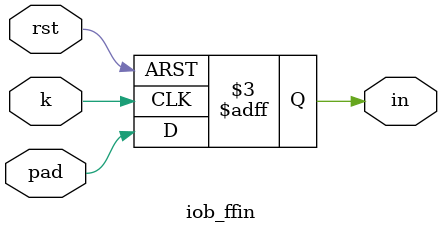
<source format=v>
module iob_ffin(
	input pad,
	input k,
	input rst,
	output reg in
);

	
	always @(posedge k, negedge rst) begin
		if (rst == 1'b0) begin
			in <= 1'b0;
		end else begin
			in <= pad;
		end
	end

endmodule	
</source>
